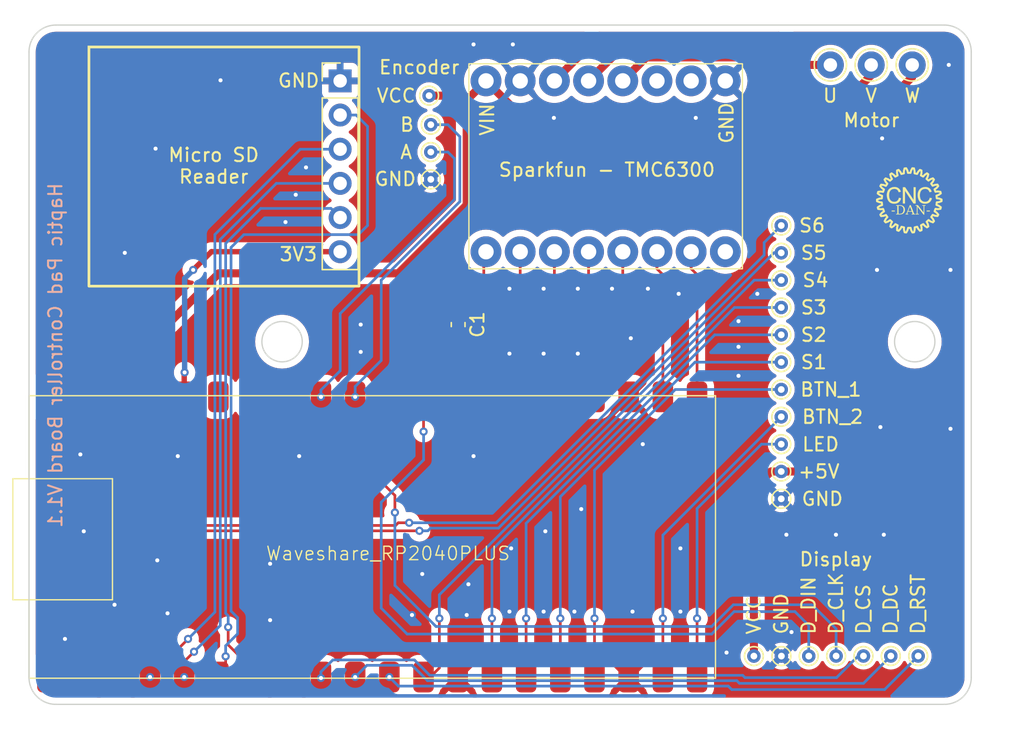
<source format=kicad_pcb>
(kicad_pcb (version 20240108) (generator "pcbnew") (generator_version "8.0")
  (layers (0 "F.Cu" signal) (31 "B.Cu" signal) (34 "B.Paste" user) (35 "F.Paste" user) (36 "B.SilkS" user "B.Silkscreen") (37 "F.SilkS" user "F.Silkscreen") (38 "B.Mask" user) (39 "F.Mask" user) (44 "Edge.Cuts" user))
  (net 0 "")
  (net 1 "/LED_IN")
  (net 2 "/BTN_2")
  (net 4 "/BTN_1")
  (net 7 "/S1")
  (net 9 "/S2")
  (net 10 "/S3")
  (net 11 "GND")
  (net 12 "+3V3")
  (net 13 "/SD_MOSI")
  (net 14 "/SD_CS")
  (net 15 "/SD_CLK")
  (net 16 "/SD_MISO")
  (net 17 "/WH")
  (net 18 "/UH")
  (net 19 "/VL")
  (net 20 "/VH")
  (net 21 "/UL")
  (net 22 "/WL")
  (net 23 "/S4")
  (net 24 "/S5")
  (net 25 "/S6")
  (net 26 "Net-(U1-VIO)")
  (net 27 "VBUS")
  (net 28 "/DISPLAY_CS")
  (net 29 "/DISPLAY_DC")
  (net 30 "/DISPLAY_RST")
  (net 34 "Net-(U1-U)")
  (net 35 "Net-(U1-V)")
  (net 36 "Net-(U1-W)")
  (net 37 "/A")
  (net 38 "/B")
  (net 39 "/DISPLAY_DIN")
  (net 40 "/DISPLAY_CLK")
  (footprint "Parts:Sparkfun_TMC6300" (layer "F.Cu") (at 146.976 95.67445 90)
    (property "Reference" "U1" (hide yes))
    (property "Value" "1")
    (pad "1" thru_hole circle (at 0 0 90) (size 2.286 2.286) (drill 1.143) (layers "*.Cu" "*.Mask"))
    (pad "2" thru_hole circle (at 0 -2.54 90) (size 2.286 2.286) (drill 1.143) (layers "*.Cu" "*.Mask") (net 17 "/WH"))
    (pad "3" thru_hole circle (at 0 -5.08 90) (size 2.286 2.286) (drill 1.143) (layers "*.Cu" "*.Mask") (net 22 "/WL"))
    (pad "4" thru_hole circle (at 0 -7.62 90) (size 2.286 2.286) (drill 1.143) (layers "*.Cu" "*.Mask") (net 20 "/VH"))
    (pad "5" thru_hole circle (at 0 -10.16 90) (size 2.286 2.286) (drill 1.143) (layers "*.Cu" "*.Mask") (net 19 "/VL"))
    (pad "6" thru_hole circle (at 0 -12.7 90) (size 2.286 2.286) (drill 1.143) (layers "*.Cu" "*.Mask") (net 18 "/UH"))
    (pad "7" thru_hole circle (at 0 -15.24 90) (size 2.286 2.286) (drill 1.143) (layers "*.Cu" "*.Mask") (net 21 "/UL"))
    (pad "8" thru_hole circle (at 0 -17.78 90) (size 2.286 2.286) (drill 1.143) (layers "*.Cu" "*.Mask") (net 26 "Net-(U1-VIO)"))
    (pad "9" thru_hole circle (at 12.7 0 90) (size 2.286 2.286) (drill 1.143) (layers "*.Cu" "*.Mask") (net 11 "GND"))
    (pad "10" thru_hole circle (at 12.7 -2.54 90) (size 2.286 2.286) (drill 1.143) (layers "*.Cu" "*.Mask"))
    (pad "11" thru_hole circle (at 12.7 -5.08 90) (size 2.286 2.286) (drill 1.143) (layers "*.Cu" "*.Mask"))
    (pad "12" thru_hole circle (at 12.7 -7.62 90) (size 2.286 2.286) (drill 1.143) (layers "*.Cu" "*.Mask") (net 36 "Net-(U1-W)"))
    (pad "13" thru_hole circle (at 12.7 -10.16 90) (size 2.286 2.286) (drill 1.143) (layers "*.Cu" "*.Mask") (net 35 "Net-(U1-V)"))
    (pad "14" thru_hole circle (at 12.7 -12.7 90) (size 2.286 2.286) (drill 1.143) (layers "*.Cu" "*.Mask") (net 34 "Net-(U1-U)"))
    (pad "15" thru_hole circle (at 12.7 -15.24 90) (size 2.286 2.286) (drill 1.143) (layers "*.Cu" "*.Mask") (net 11 "GND"))
    (pad "16" thru_hole circle (at 12.7 -17.78 90) (size 2.286 2.286) (drill 1.143) (layers "*.Cu" "*.Mask") (net 27 "VBUS"))
  )
  (footprint "TestPoint:TestPoint_THTPad_D1.0mm_Drill0.5mm" (layer "F.Cu") (at 157.238 125.73 -90)
    (property "Reference" "TP8" (hide yes))
    (property "Value" "D_CS" (at -1.518 0.012 90) (layer "F.SilkS") (effects (justify left)))
    (pad "1" thru_hole circle (at 0 0 270) (size 1 1) (drill 0.5) (layers "*.Cu" "*.Mask") (net 28 "/DISPLAY_CS"))
  )
  (footprint "TestPoint:TestPoint_THTPad_D1.0mm_Drill0.5mm" (layer "F.Cu") (at 151.13 101.854)
    (property "Reference" "TP14" (hide yes))
    (property "Value" "S2" (at 2.415 0 0) (layer "F.SilkS"))
    (pad "1" thru_hole circle (at 0 0) (size 1 1) (drill 0.5) (layers "*.Cu" "*.Mask") (net 9 "/S2"))
  )
  (footprint "TestPoint:TestPoint_THTPad_D2.0mm_Drill1.0mm" (layer "F.Cu") (at 160.861 81.788 90)
    (property "Reference" "TP21" (hide yes))
    (property "Value" "W" (at -2.286 0.014 0) (layer "F.SilkS"))
    (pad "1" thru_hole circle (at 0 0 90) (size 2 2) (drill 1) (layers "*.Cu" "*.Mask") (net 36 "Net-(U1-W)"))
  )
  (footprint "TestPoint:TestPoint_THTPad_D1.0mm_Drill0.5mm" (layer "F.Cu") (at 161.302 125.73 -90)
    (property "Reference" "TP10" (hide yes))
    (property "Value" "D_RST" (at -1.518 0.012 90) (layer "F.SilkS") (effects (justify left)))
    (pad "1" thru_hole circle (at 0 0 270) (size 1 1) (drill 0.5) (layers "*.Cu" "*.Mask") (net 30 "/DISPLAY_RST"))
  )
  (footprint "Capacitor_SMD:C_0603_1608Metric_Pad1.08x0.95mm_HandSolder" (layer "F.Cu") (at 127.127 101.092 -90)
    (property "Reference" "C1" (at 0 -1.43 90) (layer "F.SilkS"))
    (property "Value" "10000pF 50V")
    (pad "1" smd roundrect (at -0.8625 0 270) (size 1.075 0.95) (layers "F.Cu" "F.Paste" "F.Mask") (net 26 "Net-(U1-VIO)"))
    (pad "2" smd roundrect (at 0.8625 0 270) (size 1.075 0.95) (layers "F.Cu" "F.Paste" "F.Mask") (net 11 "GND"))
  )
  (footprint "TestPoint:TestPoint_THTPad_D1.0mm_Drill0.5mm" (layer "F.Cu") (at 151.13 109.982)
    (property "Reference" "TP3" (hide yes))
    (property "Value" "LED" (at 2.923453 0.014487 0) (layer "F.SilkS"))
    (pad "1" thru_hole circle (at 0 0) (size 1 1) (drill 0.5) (layers "*.Cu" "*.Mask") (net 1 "/LED_IN"))
  )
  (footprint "TestPoint:TestPoint_THTPad_D1.0mm_Drill0.5mm" (layer "F.Cu") (at 125.095 88.265)
    (property "Reference" "TP22" (hide yes))
    (property "Value" "A" (at -1.827775 0.007708 180) (layer "F.SilkS"))
    (pad "1" thru_hole circle (at 0 0) (size 1 1) (drill 0.5) (layers "*.Cu" "*.Mask") (net 37 "/A"))
  )
  (footprint "TestPoint:TestPoint_THTPad_D1.0mm_Drill0.5mm" (layer "F.Cu") (at 155.206 125.73 -90)
    (property "Reference" "TP7" (hide yes))
    (property "Value" "D_CLK" (at -1.518 0.012 90) (layer "F.SilkS") (effects (justify left)))
    (pad "1" thru_hole circle (at 0 0 270) (size 1 1) (drill 0.5) (layers "*.Cu" "*.Mask") (net 40 "/DISPLAY_CLK"))
  )
  (footprint "TestPoint:TestPoint_THTPad_D1.0mm_Drill0.5mm" (layer "F.Cu") (at 151.13 93.726)
    (property "Reference" "TP18" (hide yes))
    (property "Value" "S6" (at 2.286 0 0) (layer "F.SilkS"))
    (pad "1" thru_hole circle (at 0 0) (size 1 1) (drill 0.5) (layers "*.Cu" "*.Mask") (net 25 "/S6"))
  )
  (footprint "TestPoint:TestPoint_THTPad_D1.0mm_Drill0.5mm" (layer "F.Cu") (at 151.142 125.736 -90)
    (property "Reference" "TP5" (hide yes))
    (property "Value" "GND" (at -1.524 0.012 90) (layer "F.SilkS") (effects (justify left)))
    (pad "1" thru_hole circle (at 0 0 270) (size 1 1) (drill 0.5) (layers "*.Cu" "*.Mask") (net 11 "GND"))
  )
  (footprint "TestPoint:TestPoint_THTPad_D1.0mm_Drill0.5mm" (layer "F.Cu") (at 149.098 125.736 -90)
    (property "Reference" "TP4" (hide yes))
    (property "Value" "VCC" (at -1.524 0 90) (layer "F.SilkS") (effects (justify left)))
    (pad "1" thru_hole circle (at 0 0 270) (size 1 1) (drill 0.5) (layers "*.Cu" "*.Mask") (net 27 "VBUS"))
  )
  (footprint "TestPoint:TestPoint_THTPad_D1.0mm_Drill0.5mm" (layer "F.Cu") (at 151.13 105.918)
    (property "Reference" "TP12" (hide yes))
    (property "Value" "BTN_1" (at 3.685 0.004 0) (layer "F.SilkS"))
    (pad "1" thru_hole circle (at 0 0) (size 1 1) (drill 0.5) (layers "*.Cu" "*.Mask") (net 4 "/BTN_1"))
  )
  (footprint "TestPoint:TestPoint_THTPad_D1.0mm_Drill0.5mm" (layer "F.Cu") (at 151.13 114.046)
    (property "Reference" "TP1" (hide yes))
    (property "Value" "GND" (at 3.052 0.004 0) (layer "F.SilkS"))
    (pad "1" thru_hole circle (at 0 0) (size 1 1) (drill 0.5) (layers "*.Cu" "*.Mask") (net 11 "GND"))
  )
  (footprint "TestPoint:TestPoint_THTPad_D1.0mm_Drill0.5mm" (layer "F.Cu") (at 124.968 84.074)
    (property "Reference" "TP24" (hide yes))
    (property "Value" "VCC" (at -2.448056 0.00244 180) (layer "F.SilkS"))
    (pad "1" thru_hole circle (at 0 0) (size 1 1) (drill 0.5) (layers "*.Cu" "*.Mask") (net 27 "VBUS"))
  )
  (footprint "TestPoint:TestPoint_THTPad_D1.0mm_Drill0.5mm" (layer "F.Cu") (at 151.13 99.822)
    (property "Reference" "TP15" (hide yes))
    (property "Value" "S3" (at 2.415 -0.002 0) (layer "F.SilkS"))
    (pad "1" thru_hole circle (at 0 0) (size 1 1) (drill 0.5) (layers "*.Cu" "*.Mask") (net 10 "/S3"))
  )
  (footprint "TestPoint:TestPoint_THTPad_D1.0mm_Drill0.5mm" (layer "F.Cu") (at 125.095 90.297)
    (property "Reference" "TP25" (hide yes))
    (property "Value" "GND" (at -2.632539 -0.026754 0) (layer "F.SilkS"))
    (pad "1" thru_hole circle (at 0 0) (size 1 1) (drill 0.5) (layers "*.Cu" "*.Mask") (net 11 "GND"))
  )
  (footprint "TestPoint:TestPoint_THTPad_D1.0mm_Drill0.5mm" (layer "F.Cu") (at 151.13 95.758)
    (property "Reference" "TP17" (hide yes))
    (property "Value" "S5" (at 2.413 0.002 0) (layer "F.SilkS"))
    (pad "1" thru_hole circle (at 0 0) (size 1 1) (drill 0.5) (layers "*.Cu" "*.Mask") (net 24 "/S5"))
  )
  (footprint "TestPoint:TestPoint_THTPad_D1.0mm_Drill0.5mm" (layer "F.Cu") (at 151.13 97.79)
    (property "Reference" "TP16" (hide yes))
    (property "Value" "S4" (at 2.54 0.004 0) (layer "F.SilkS"))
    (pad "1" thru_hole circle (at 0 0) (size 1 1) (drill 0.5) (layers "*.Cu" "*.Mask") (net 23 "/S4"))
  )
  (footprint "Parts:RP2040PLUS_SMD" (layer "F.Cu") (at 96.616 125.76955 90)
    (property "Reference" "Waveshare_RP2040PLUS" (at 7.65955 25.304 0) (layer "F.SilkS") (effects (font (thickness 0.1))))
    (property "Value" "1")
    (pad "1" smd roundrect (at -1.524 0 90) (size 2.286 1.524) (layers "F.Cu" "F.Paste" "F.Mask") (net 25 "/S6"))
    (pad "2" smd roundrect (at -1.524 2.54 90) (size 2.286 1.524) (layers "F.Cu" "F.Paste" "F.Mask") (net 24 "/S5"))
    (pad "3" smd roundrect (at -1.524 5.08 90) (size 2.286 1.524) (layers "F.Cu" "F.Paste" "F.Mask") (net 11 "GND"))
    (pad "4" smd roundrect (at -1.524 7.62 90) (size 2.286 1.524) (layers "F.Cu" "F.Paste" "F.Mask") (net 15 "/SD_CLK"))
    (pad "5" smd roundrect (at -1.524 10.16 90) (size 2.286 1.524) (layers "F.Cu" "F.Paste" "F.Mask") (net 13 "/SD_MOSI"))
    (pad "6" smd roundrect (at -1.524 12.7 90) (size 2.286 1.524) (layers "F.Cu" "F.Paste" "F.Mask") (net 16 "/SD_MISO"))
    (pad "7" smd roundrect (at -1.524 15.24 90) (size 2.286 1.524) (layers "F.Cu" "F.Paste" "F.Mask") (net 14 "/SD_CS"))
    (pad "8" smd roundrect (at -1.524 17.78 90) (size 2.286 1.524) (layers "F.Cu" "F.Paste" "F.Mask") (net 11 "GND"))
    (pad "9" smd roundrect (at -1.524 20.32 90) (size 2.286 1.524) (layers "F.Cu" "F.Paste" "F.Mask") (net 28 "/DISPLAY_CS"))
    (pad "10" smd roundrect (at -1.524 22.86 90) (size 2.286 1.524) (layers "F.Cu" "F.Paste" "F.Mask") (net 29 "/DISPLAY_DC"))
    (pad "11" smd roundrect (at -1.524 25.4 90) (size 2.286 1.524) (layers "F.Cu" "F.Paste" "F.Mask") (net 30 "/DISPLAY_RST"))
    (pad "12" smd roundrect (at -1.524 27.94 90) (size 2.286 1.524) (layers "F.Cu" "F.Paste" "F.Mask") (net 23 "/S4"))
    (pad "13" smd roundrect (at -1.524 30.48 90) (size 2.286 1.524) (layers "F.Cu" "F.Paste" "F.Mask") (net 11 "GND"))
    (pad "14" smd roundrect (at -1.524 33.02 90) (size 2.286 1.524) (layers "F.Cu" "F.Paste" "F.Mask") (net 10 "/S3"))
    (pad "15" smd roundrect (at -1.524 35.56 90) (size 2.286 1.524) (layers "F.Cu" "F.Paste" "F.Mask") (net 9 "/S2"))
    (pad "16" smd roundrect (at -1.524 38.1 90) (size 2.286 1.524) (layers "F.Cu" "F.Paste" "F.Mask") (net 7 "/S1"))
    (pad "17" smd roundrect (at -1.524 40.64 90) (size 2.286 1.524) (layers "F.Cu" "F.Paste" "F.Mask") (net 4 "/BTN_1"))
    (pad "18" smd roundrect (at -1.524 43.18 90) (size 2.286 1.524) (layers "F.Cu" "F.Paste" "F.Mask") (net 11 "GND"))
    (pad "19" smd roundrect (at -1.524 45.72 90) (size 2.286 1.524) (layers "F.Cu" "F.Paste" "F.Mask") (net 2 "/BTN_2"))
    (pad "20" smd roundrect (at -1.524 48.26 90) (size 2.286 1.524) (layers "F.Cu" "F.Paste" "F.Mask") (net 1 "/LED_IN"))
    (pad "21" smd roundrect (at 19.304 48.26 90) (size 2.286 1.524) (layers "F.Cu" "F.Paste" "F.Mask") (net 17 "/WH"))
    (pad "22" smd roundrect (at 19.304 45.72 90) (size 2.286 1.524) (layers "F.Cu" "F.Paste" "F.Mask") (net 22 "/WL"))
    (pad "23" smd roundrect (at 19.304 43.18 90) (size 2.286 1.524) (layers "F.Cu" "F.Paste" "F.Mask") (net 11 "GND"))
    (pad "24" smd roundrect (at 19.304 40.64 90) (size 2.286 1.524) (layers "F.Cu" "F.Paste" "F.Mask") (net 20 "/VH"))
    (pad "25" smd roundrect (at 19.304 38.1 90) (size 2.286 1.524) (layers "F.Cu" "F.Paste" "F.Mask") (net 19 "/VL"))
    (pad "26" smd roundrect (at 19.304 35.56 90) (size 2.286 1.524) (layers "F.Cu" "F.Paste" "F.Mask") (net 18 "/UH"))
    (pad "27" smd roundrect (at 19.304 33.02 90) (size 2.286 1.524) (layers "F.Cu" "F.Paste" "F.Mask") (net 21 "/UL"))
    (pad "28" smd roundrect (at 19.304 30.48 90) (size 2.286 1.524) (layers "F.Cu" "F.Paste" "F.Mask") (net 11 "GND"))
    (pad "29" smd roundrect (at 19.304 27.94 90) (size 2.286 1.524) (layers "F.Cu" "F.Paste" "F.Mask") (net 39 "/DISPLAY_DIN"))
    (pad "30" smd roundrect (at 19.304 25.4 90) (size 2.286 1.524) (layers "F.Cu" "F.Paste" "F.Mask"))
    (pad "31" smd roundrect (at 19.304 22.86 90) (size 2.286 1.524) (layers "F.Cu" "F.Paste" "F.Mask") (net 38 "/B"))
    (pad "32" smd roundrect (at 19.304 20.32 90) (size 2.286 1.524) (layers "F.Cu" "F.Paste" "F.Mask") (net 37 "/A"))
    (pad "33" smd roundrect (at 19.304 17.78 90) (size 2.286 1.524) (layers "F.Cu" "F.Paste" "F.Mask") (net 11 "GND"))
    (pad "34" smd roundrect (at 19.304 15.24 90) (size 2.286 1.524) (layers "F.Cu" "F.Paste" "F.Mask") (net 40 "/DISPLAY_CLK"))
    (pad "35" smd roundrect (at 19.304 12.7 90) (size 2.286 1.524) (layers "F.Cu" "F.Paste" "F.Mask"))
    (pad "36" smd roundrect (at 19.304 10.16 90) (size 2.286 1.524) (layers "F.Cu" "F.Paste" "F.Mask") (net 12 "+3V3"))
    (pad "37" smd roundrect (at 19.304 7.62 90) (size 2.286 1.524) (layers "F.Cu" "F.Paste" "F.Mask"))
    (pad "38" smd roundrect (at 19.304 5.08 90) (size 2.286 1.524) (layers "F.Cu" "F.Paste" "F.Mask") (net 11 "GND"))
    (pad "39" smd roundrect (at 19.304 2.54 90) (size 2.286 1.524) (layers "F.Cu" "F.Paste" "F.Mask"))
    (pad "40" smd roundrect (at 19.304 0 90) (size 2.286 1.524) (layers "F.Cu" "F.Paste" "F.Mask") (net 27 "VBUS"))
  )
  (footprint "TestPoint:TestPoint_THTPad_D1.0mm_Drill0.5mm" (layer "F.Cu") (at 151.13 107.95)
    (property "Reference" "TP11" (hide yes))
    (property "Value" "BTN_2" (at 3.814 -0.002 0) (layer "F.SilkS"))
    (pad "1" thru_hole circle (at 0 0) (size 1 1) (drill 0.5) (layers "*.Cu" "*.Mask") (net 2 "/BTN_2"))
  )
  (footprint "TestPoint:TestPoint_THTPad_D2.0mm_Drill1.0mm" (layer "F.Cu") (at 154.779 81.788 90)
    (property "Reference" "TP19" (hide yes))
    (property "Value" "U" (at -2.286 -0.014 0) (layer "F.SilkS"))
    (pad "1" thru_hole circle (at 0 0 90) (size 2 2) (drill 1) (layers "*.Cu" "*.Mask") (net 34 "Net-(U1-U)"))
  )
  (footprint "Connector_PinHeader_2.54mm:PinHeader_1x06_P2.54mm_Vertical" (layer "F.Cu") (at 118.3608 82.97445)
    (property "Reference" "J1" (hide yes))
    (property "Value" "Conn_01x06_Pin")
    (pad "1" thru_hole rect (at 0 0) (size 1.7 1.7) (drill 1) (layers "*.Cu" "*.Mask") (net 11 "GND"))
    (pad "2" thru_hole oval (at 0 2.54) (size 1.7 1.7) (drill 1) (layers "*.Cu" "*.Mask") (net 16 "/SD_MISO"))
    (pad "3" thru_hole oval (at 0 5.08) (size 1.7 1.7) (drill 1) (layers "*.Cu" "*.Mask") (net 15 "/SD_CLK"))
    (pad "4" thru_hole oval (at 0 7.62) (size 1.7 1.7) (drill 1) (layers "*.Cu" "*.Mask") (net 13 "/SD_MOSI"))
    (pad "5" thru_hole oval (at 0 10.16) (size 1.7 1.7) (drill 1) (layers "*.Cu" "*.Mask") (net 14 "/SD_CS"))
    (pad "6" thru_hole oval (at 0 12.7) (size 1.7 1.7) (drill 1) (layers "*.Cu" "*.Mask") (net 12 "+3V3"))
  )
  (footprint "TestPoint:TestPoint_THTPad_D1.0mm_Drill0.5mm" (layer "F.Cu") (at 151.13 103.886)
    (property "Reference" "TP13" (hide yes))
    (property "Value" "S1" (at 2.415 0.002 0) (layer "F.SilkS"))
    (pad "1" thru_hole circle (at 0 0) (size 1 1) (drill 0.5) (layers "*.Cu" "*.Mask") (net 7 "/S1"))
  )
  (footprint "TestPoint:TestPoint_THTPad_D1.0mm_Drill0.5mm" (layer "F.Cu") (at 151.13 112.014)
    (property "Reference" "TP2" (hide yes))
    (property "Value" "+5V" (at 2.798 0.002 0) (layer "F.SilkS"))
    (pad "1" thru_hole circle (at 0 0) (size 1 1) (drill 0.5) (layers "*.Cu" "*.Mask") (net 27 "VBUS"))
  )
  (footprint "TestPoint:TestPoint_THTPad_D1.0mm_Drill0.5mm" (layer "F.Cu") (at 153.174 125.736 -90)
    (property "Reference" "TP6" (hide yes))
    (property "Value" "D_DIN" (at -1.524 0.012 90) (layer "F.SilkS") (effects (justify left)))
    (pad "1" thru_hole circle (at 0 0 270) (size 1 1) (drill 0.5) (layers "*.Cu" "*.Mask") (net 39 "/DISPLAY_DIN"))
  )
  (footprint "TestPoint:TestPoint_THTPad_D2.0mm_Drill1.0mm" (layer "F.Cu") (at 157.813 81.788 90)
    (property "Reference" "TP20" (hide yes))
    (property "Value" "V" (at -2.286 0 0) (layer "F.SilkS"))
    (pad "1" thru_hole circle (at 0 0 90) (size 2 2) (drill 1) (layers "*.Cu" "*.Mask") (net 35 "Net-(U1-V)"))
  )
  (footprint "TestPoint:TestPoint_THTPad_D1.0mm_Drill0.5mm" (layer "F.Cu") (at 159.27 125.73 -90)
    (property "Reference" "TP9" (hide yes))
    (property "Value" "D_DC" (at -1.518 0.012 90) (layer "F.SilkS") (effects (justify left)))
    (pad "1" thru_hole circle (at 0 0 270) (size 1 1) (drill 0.5) (layers "*.Cu" "*.Mask") (net 29 "/DISPLAY_DC"))
  )
  (footprint "TestPoint:TestPoint_THTPad_D1.0mm_Drill0.5mm" (layer "F.Cu") (at 125.095 86.233)
    (property "Reference" "TP23" (hide yes))
    (property "Value" "B" (at -1.770292 -0.000943 180) (layer "F.SilkS"))
    (pad "1" thru_hole circle (at 0 0) (size 1 1) (drill 0.5) (layers "*.Cu" "*.Mask") (net 38 "/B"))
  )
  (gr_poly (pts (xy 159.136798 91.474054) (xy 159.146208 91.357049) (xy 159.174439 91.243522) (xy 159.225884 91.1431) (xy 159.304939 91.065407) (xy 159.409154 91.015661) (xy 159.536079 90.999079) (xy 159.646118 91.014025) (xy 159.735711 91.058863) (xy 159.805667 91.136458) (xy 159.856798 91.249672) (xy 160.012798 91.21281) (xy 159.972369 91.110368) (xy 159.915406 91.024468) (xy 159.841911 90.95511) (xy 159.75379 90.904204) (xy 159.652952 90.87366) (xy 159.539398 90.863479) (xy 159.387418 90.881587) (xy 159.248726 90.93591) (xy 159.167418 90.991656) (xy 159.099555 91.062318) (xy 159.045139 91.147897) (xy 159.005394 91.246254) (xy 158.981547 91.355247) (xy 158.973598 91.474879) (xy 158.989439 91.641233) (xy 159.036964 91.796535) (xy 159.085656 91.888519) (xy 159.147247 91.964772) (xy 159.221736 92.025294) (xy 159.310715 92.069175) (xy 159.415777 92.095503) (xy 159.536923 92.104279) (xy 159.655332 92.092869) (xy 159.760936 92.058641) (xy 159.853732 92.001594) (xy 159.931269 91.922818) (xy 159.991091 91.823403) (xy 160.033198 91.703347) (xy 159.874798 91.663222) (xy 159.846348 91.755942) (xy 159.804623 91.832102) (xy 159.749623 91.891701) (xy 159.68344 91.934466) (xy 159.608165 91.960126) (xy 159.523798 91.968679) (xy 159.41805 91.954553) (xy 159.32007 91.912176) (xy 159.23835 91.841237) (xy 159.181386 91.741429) (xy 159.147945 91.617463)) (stroke (width 0.01)) (fill solid) (layer "F.SilkS"))
  (gr_poly (pts (xy 162.051678 92.058641) (xy 162.144475 92.001594) (xy 162.222012 91.922818) (xy 162.281834 91.823403) (xy 162.323941 91.703347) (xy 162.165541 91.663222) (xy 162.137091 91.755942) (xy 162.095366 91.832102) (xy 162.040366 91.891701) (xy 161.974183 91.934466) (xy 161.898908 91.960126) (xy 161.814541 91.968679) (xy 161.708793 91.954553) (xy 161.610813 91.912176) (xy 161.529093 91.841237) (xy 161.472128 91.741429) (xy 161.438688 91.617463) (xy 161.427541 91.474054) (xy 161.436951 91.357049) (xy 161.465181 91.243522) (xy 161.516627 91.1431) (xy 161.595681 91.065407) (xy 161.699896 91.015661) (xy 161.826822 90.999079) (xy 161.936861 91.014025) (xy 162.026453 91.058863) (xy 162.09641 91.136458) (xy 162.147541 91.249672) (xy 162.303541 91.21281) (xy 162.263112 91.110368) (xy 162.206149 91.024468) (xy 162.132653 90.95511) (xy 162.044533 90.904204) (xy 161.943695 90.87366) (xy 161.830141 90.863479) (xy 161.67816 90.881587) (xy 161.539469 90.93591) (xy 161.458161 90.991656) (xy 161.390298 91.062318) (xy 161.335881 91.147897) (xy 161.296137 91.246254) (xy 161.27229 91.355247) (xy 161.264341 91.474879) (xy 161.280182 91.641233) (xy 161.327706 91.796535) (xy 161.376399 91.888519) (xy 161.43799 91.964772) (xy 161.512478 92.025294) (xy 161.601458 92.069175) (xy 161.70652 92.095503) (xy 161.827666 92.104279) (xy 161.946075 92.092869)) (stroke (width 0.01)) (fill solid) (layer "F.SilkS"))
  (gr_poly (pts (xy 160.169001 90.883879) (xy 160.169001 92.083879) (xy 160.321401 92.083879) (xy 160.321401 91.141916) (xy 160.950388 92.083879) (xy 161.113401 92.083879) (xy 161.113401 90.883879) (xy 160.961001 90.883879) (xy 160.961001 91.825822) (xy 160.332013 90.883879)) (stroke (width 0.01)) (fill solid) (layer "F.SilkS"))
  (gr_rect (start 99.698137 80.454589) (end 119.764137 98.234589) (stroke (width 0.2)) (fill none) (layer "F.SilkS"))
  (gr_poly (pts (xy 162.956699 92.486891) (xy 162.985598 92.369051) (xy 162.819775 92.253087) (xy 162.66191 92.193436) (xy 162.684511 92.003488) (xy 162.851336 91.986806) (xy 163.040233 91.914652) (xy 163.040092 91.79332) (xy 162.851336 91.72041) (xy 162.683782 91.700272) (xy 162.660269 91.510435) (xy 162.818254 91.454314) (xy 162.984395 91.33905) (xy 162.955221 91.221278) (xy 162.754501 91.195659) (xy 162.586997 91.216204) (xy 162.518736 91.037511) (xy 162.6587 90.945212) (xy 162.792429 90.793537) (xy 162.735918 90.686169) (xy 162.534899 90.70933) (xy 162.377179 90.769364) (xy 162.268138 90.612199) (xy 162.381946 90.489087) (xy 162.475491 90.309817) (xy 162.394927 90.219093) (xy 162.205293 90.289687) (xy 162.066523 90.385721) (xy 161.923038 90.259219) (xy 162.004076 90.112448) (xy 162.052 89.916) (xy 161.952066 89.847193) (xy 161.784837 89.961118) (xy 161.673082 90.087572) (xy 161.503492 89.999084) (xy 161.547051 89.837184) (xy 161.54657 89.634975) (xy 161.433072 89.592083) (xy 161.297967 89.742719) (xy 161.219721 89.892243) (xy 161.033883 89.846911) (xy 161.037431 89.679292) (xy 160.988572 89.483074) (xy 160.868108 89.46859) (xy 160.772978 89.647181) (xy 160.732789 89.811085) (xy 160.541503 89.811545) (xy 160.504834 89.647947) (xy 160.410437 89.469124) (xy 160.290007 89.48389) (xy 160.24038 89.680058) (xy 160.240585 89.848817) (xy 160.054967 89.895041) (xy 159.980211 89.744973) (xy 159.845762 89.593937) (xy 159.732365 89.637094) (xy 159.731127 89.839438) (xy 159.771712 90.003244) (xy 159.60255 90.092547) (xy 159.494053 89.964729) (xy 159.327366 89.850258) (xy 159.227592 89.919298) (xy 159.274814 90.116059) (xy 159.353421 90.265393) (xy 159.210546 90.392583) (xy 159.074613 90.294445) (xy 158.885375 90.223191) (xy 158.805023 90.314103) (xy 158.89796 90.493845) (xy 159.010022 90.620027) (xy 158.901737 90.777714) (xy 158.746268 90.714958) (xy 158.545476 90.691063) (xy 158.489216 90.798562) (xy 158.622468 90.95084) (xy 158.76147 91.046538) (xy 158.694069 91.225557) (xy 158.528099 91.201831) (xy 158.327423 91.226682) (xy 158.298524 91.344522) (xy 158.464346 91.460485) (xy 158.622211 91.520137) (xy 158.599611 91.710084) (xy 158.432786 91.726767) (xy 158.243888 91.798921) (xy 158.24403 91.920252) (xy 158.432786 91.993162) (xy 158.600339 92.013301) (xy 158.623852 92.203138) (xy 158.465867 92.259259) (xy 158.299726 92.374523) (xy 158.328901 92.492295) (xy 158.52962 92.517914) (xy 158.697124 92.497369) (xy 158.765385 92.676062) (xy 158.625422 92.768361) (xy 158.491693 92.920035) (xy 158.548204 93.027403) (xy 158.749222 93.004243) (xy 158.906942 92.944209) (xy 159.015983 93.101373) (xy 158.902176 93.224486) (xy 158.808631 93.403756) (xy 158.889195 93.49448) (xy 159.078829 93.423886) (xy 159.217599 93.327851) (xy 159.361083 93.454354) (xy 159.280045 93.601125) (xy 159.232121 93.797572) (xy 159.332055 93.86638) (xy 159.499285 93.752455) (xy 159.61104 93.626001) (xy 159.780629 93.714489) (xy 159.737071 93.876389) (xy 159.737552 94.078597) (xy 159.851049 94.12149) (xy 159.986155 93.970854) (xy 160.0644 93.82133) (xy 160.250238 93.866662) (xy 160.24669 94.034281) (xy 160.295549 94.230499) (xy 160.416013 94.244983) (xy 160.511144 94.066392) (xy 160.551332 93.902487) (xy 160.742618 93.902028) (xy 160.779288 94.065625) (xy 160.873685 94.244449) (xy 160.994115 94.229683) (xy 161.043741 94.033515) (xy 161.043537 93.864756) (xy 161.229155 93.818532) (xy 161.30391 93.9686) (xy 161.438359 94.119636) (xy 161.551756 94.076479) (xy 161.552994 93.874135) (xy 161.512409 93.710328) (xy 161.681571 93.621026) (xy 161.790068 93.748844) (xy 161.956756 93.863315) (xy 162.056529 93.794274) (xy 162.009307 93.597514) (xy 161.9307 93.44818) (xy 162.073575 93.320989) (xy 162.209508 93.419128) (xy 162.398747 93.490382) (xy 162.479098 93.39947) (xy 162.386161 93.219728) (xy 162.2741 93.093545) (xy 162.382385 92.935858) (xy 162.537854 92.998614) (xy 162.738646 93.02251) (xy 162.794906 92.91501) (xy 162.661654 92.762733) (xy 162.522651 92.667035) (xy 162.590053 92.488016) (xy 162.756023 92.511742)) (stroke (width 0.15)) (fill none) (layer "F.SilkS"))
  (gr_arc (start 163.246 78.82445) (mid 164.660214 79.410236) (end 165.246 80.82445) (stroke (width 0.1)) (layer "Edge.Cuts"))
  (gr_circle (center 161.046 102.362) (end 162.546 102.362) (stroke (width 0.1)) (fill none) (layer "Edge.Cuts"))
  (gr_line (start 95.246 127.32445) (end 95.246 80.82445) (stroke (width 0.1)) (layer "Edge.Cuts"))
  (gr_circle (center 114.046 102.362) (end 115.546 102.362) (stroke (width 0.1)) (fill none) (layer "Edge.Cuts"))
  (gr_line (start 163.246 129.32445) (end 97.246 129.32445) (stroke (width 0.1)) (layer "Edge.Cuts"))
  (gr_line (start 165.246 80.82445) (end 165.246 127.32445) (stroke (width 0.1)) (layer "Edge.Cuts"))
  (gr_arc (start 165.246 127.32445) (mid 164.660231 128.738696) (end 163.246 129.32445) (stroke (width 0.1)) (layer "Edge.Cuts"))
  (gr_arc (start 97.246 129.32445) (mid 95.831804 128.738661) (end 95.246 127.32445) (stroke (width 0.1)) (layer "Edge.Cuts"))
  (gr_line (start 97.246 78.82445) (end 163.246 78.82445) (stroke (width 0.1)) (layer "Edge.Cuts"))
  (gr_arc (start 95.246 80.82445) (mid 95.831786 79.410236) (end 97.246 78.82445) (stroke (width 0.1)) (layer "Edge.Cuts"))
  (gr_text "Haptic Pad Controller Board V1.1" (at 97.79 103.378 90) (layer "B.SilkS") (effects (font (size 1 1)) (justify bottom mirror)))
  (gr_text "Motor" (at 155.654 86.487 0) (layer "F.SilkS") (effects (font (size 1 1)) (justify left bottom)))
  (gr_text "Sparkfun - TMC6300" (at 138.176 90.17 0) (layer "F.SilkS") (effects (font (size 1 1)) (justify bottom)))
  (gr_text "VIN" (at 129.286 85.852 90) (layer "F.SilkS") (effects (font (size 1 1))))
  (gr_text "-DAN-" (at 159.289156 93.021504 0) (layer "F.SilkS") (effects (font (size 0.68 0.68)) (justify left bottom)))
  (gr_text "Micro SD\nReader" (at 108.966 90.678 0) (layer "F.SilkS") (effects (font (size 1 1)) (justify bottom)))
  (gr_text "GND" (at 147.066 86.106 90) (layer "F.SilkS") (effects (font (size 1 1))))
  (gr_text "Display" (at 152.4 119.126 0) (layer "F.SilkS") (effects (font (size 1 1)) (justify left bottom)))
  (gr_text "3V3" (at 115.256283 95.867594 0) (layer "F.SilkS") (effects (font (size 1 1))))
  (gr_text "GND" (at 115.277839 82.955449 0) (layer "F.SilkS") (effects (font (size 1 1))))
  (gr_text "Encoder" (at 121.158 82.55 0) (layer "F.SilkS") (effects (font (size 1 1)) (justify left bottom)))
  (segment (start 144.876 127.29355) (end 144.876 122.936) (width 0.2) (layer "F.Cu") (net 1))
  (via (at 144.876 122.936) (size 0.6) (drill 0.3) (layers "F.Cu" "B.Cu") (net 1))
  (segment (start 149.663686 109.982) (end 151.13 109.982) (width 0.2) (layer "B.Cu") (net 1))
  (segment (start 144.876 122.936) (end 144.876 114.769686) (width 0.2) (layer "B.Cu") (net 1))
  (segment (start 144.876 114.769686) (end 149.663686 109.982) (width 0.2) (layer "B.Cu") (net 1))
  (segment (start 142.336 127.29355) (end 142.336 122.936) (width 0.2) (layer "F.Cu") (net 2))
  (via (at 142.336 122.936) (size 0.6) (drill 0.3) (layers "F.Cu" "B.Cu") (net 2))
  (segment (start 142.336 122.936) (end 142.336 116.744) (width 0.2) (layer "B.Cu") (net 2))
  (segment (start 142.336 116.744) (end 151.13 107.95) (width 0.2) (layer "B.Cu") (net 2))
  (segment (start 137.256 127.29355) (end 137.256 122.936) (width 0.2) (layer "F.Cu") (net 4))
  (via (at 137.256 122.936) (size 0.6) (drill 0.3) (layers "F.Cu" "B.Cu") (net 4))
  (segment (start 143.256 105.918) (end 151.13 105.918) (width 0.2) (layer "B.Cu") (net 4))
  (segment (start 137.256 111.918) (end 143.256 105.918) (width 0.2) (layer "B.Cu") (net 4))
  (segment (start 137.256 122.936) (end 137.256 111.918) (width 0.2) (layer "B.Cu") (net 4))
  (segment (start 134.716 127.29355) (end 134.716 122.936) (width 0.2) (layer "F.Cu") (net 7))
  (via (at 134.716 122.936) (size 0.6) (drill 0.3) (layers "F.Cu" "B.Cu") (net 7))
  (segment (start 134.716 113.892314) (end 144.722314 103.886) (width 0.2) (layer "B.Cu") (net 7))
  (segment (start 144.722314 103.886) (end 151.13 103.886) (width 0.2) (layer "B.Cu") (net 7))
  (segment (start 134.716 122.936) (end 134.716 113.892314) (width 0.2) (layer "B.Cu") (net 7))
  (segment (start 132.176 127.29355) (end 132.176 122.936) (width 0.2) (layer "F.Cu") (net 9))
  (via (at 132.176 122.936) (size 0.6) (drill 0.3) (layers "F.Cu" "B.Cu") (net 9))
  (segment (start 132.176 122.936) (end 132.176 115.866628) (width 0.2) (layer "B.Cu") (net 9))
  (segment (start 146.188628 101.854) (end 151.13 101.854) (width 0.2) (layer "B.Cu") (net 9))
  (segment (start 132.176 115.866628) (end 146.188628 101.854) (width 0.2) (layer "B.Cu") (net 9))
  (segment (start 129.636 127.29355) (end 129.636 122.936) (width 0.2) (layer "F.Cu") (net 10))
  (via (at 129.636 122.936) (size 0.6) (drill 0.3) (layers "F.Cu" "B.Cu") (net 10))
  (segment (start 147.654942 99.822) (end 151.13 99.822) (width 0.2) (layer "B.Cu") (net 10))
  (segment (start 129.636 117.840942) (end 147.654942 99.822) (width 0.2) (layer "B.Cu") (net 10))
  (segment (start 129.636 122.936) (end 129.636 117.840942) (width 0.2) (layer "B.Cu") (net 10))
  (via (at 158.496 108.712) (size 0.6) (drill 0.3) (layers "F.Cu" "B.Cu") (net 11))
  (via (at 141.224 98.425) (size 0.6) (drill 0.3) (layers "F.Cu" "B.Cu") (net 11))
  (via (at 143.637 122.428) (size 0.6) (drill 0.3) (layers "F.Cu" "B.Cu") (net 11))
  (via (at 140.843 109.982) (size 0.6) (drill 0.3) (layers "F.Cu" "B.Cu") (net 11))
  (via (at 127.762 122.682) (size 0.6) (drill 0.3) (layers "F.Cu" "B.Cu") (net 11))
  (via (at 140.081 122.428) (size 0.6) (drill 0.3) (layers "F.Cu" "B.Cu") (net 11))
  (via (at 119.888 101.092) (size 0.6) (drill 0.3) (layers "F.Cu" "B.Cu") (net 11))
  (via (at 128.27 110.871) (size 0.6) (drill 0.3) (layers "F.Cu" "B.Cu") (net 11))
  (via (at 130.937 103.251) (size 0.6) (drill 0.3) (layers "F.Cu" "B.Cu") (net 11))
  (via (at 138.557 98.425) (size 0.6) (drill 0.3) (layers "F.Cu" "B.Cu") (net 11))
  (via (at 104.648 88.011) (size 0.6) (drill 0.3) (layers "F.Cu" "B.Cu") (net 11))
  (via (at 136.017 98.425) (size 0.6) (drill 0.3) (layers "F.Cu" "B.Cu") (net 11))
  (via (at 130.937 122.428) (size 0.6) (drill 0.3) (layers "F.Cu" "B.Cu") (net 11))
  (via (at 99.06 110.744) (size 0.6) (drill 0.3) (layers "F.Cu" "B.Cu") (net 11))
  (via (at 147.955 102.743) (size 0.6) (drill 0.3) (layers "F.Cu" "B.Cu") (net 11))
  (via (at 147.066 125.476) (size 0.6) (drill 0.3) (layers "F.Cu" "B.Cu") (net 11))
  (via (at 131.064 117.729) (size 0.6) (drill 0.3) (layers "F.Cu" "B.Cu") (net 11))
  (via (at 158.75 116.713) (size 0.6) (drill 0.3) (layers "F.Cu" "B.Cu") (net 11))
  (via (at 133.477 122.428) (size 0.6) (drill 0.3) (layers "F.Cu" "B.Cu") (net 11))
  (via (at 144.78 85.725) (size 0.6) (drill 0.3) (layers "F.Cu" "B.Cu") (net 11))
  (via (at 155.194 116.713) (size 0.6) (drill 0.3) (layers "F.Cu" "B.Cu") (net 11))
  (via (at 123.698 122.682) (size 0.6) (drill 0.3) (layers "F.Cu" "B.Cu") (net 11))
  (via (at 147.955 104.902) (size 0.6) (drill 0.3) (layers "F.Cu" "B.Cu") (net 11))
  (via (at 101.6 121.92) (size 0.6) (drill 0.3) (layers "F.Cu" "B.Cu") (net 11))
  (via (at 127.889 120.396) (size 0.6) (drill 0.3) (layers "F.Cu" "B.Cu") (net 11))
  (via (at 114.3 93.472) (size 0.6) (drill 0.3) (layers "F.Cu" "B.Cu") (net 11))
  (via (at 105.537 122.555) (size 0.6) (drill 0.3) (layers "F.Cu" "B.Cu") (net 11))
  (via (at 158.242 97.028) (size 0.6) (drill 0.3) (layers "F.Cu" "B.Cu") (net 11))
  (via (at 163.576 81.788) (size 0.6) (drill 0.3) (layers "F.Cu" "B.Cu") (net 11))
  (via (at 133.477 98.425) (size 0.6) (drill 0.3) (layers "F.Cu" "B.Cu") (net 11))
  (via (at 139.954 102.108) (size 0.6) (drill 0.3) (layers "F.Cu" "B.Cu") (net 11))
  (via (at 134.239 85.725) (size 0.6) (drill 0.3) (layers "F.Cu" "B.Cu") (net 11))
  (via (at 136.017 103.251) (size 0.6) (drill 0.3) (layers "F.Cu" "B.Cu") (net 11))
  (via (at 143.637 117.729) (size 0.6) (drill 0.3) (layers "F.Cu" "B.Cu") (net 11))
  (via (at 143.51 98.806) (size 0.6) (drill 0.3) (layers "F.Cu" "B.Cu") (net 11))
  (via (at 147.955 100.838) (size 0.6) (drill 0.3) (layers "F.Cu" "B.Cu") (net 11))
  (via (at 97.917 124.46) (size 0.6) (drill 0.3) (layers "F.Cu" "B.Cu") (net 11))
  (via (at 130.937 98.425) (size 0.6) (drill 0.3) (layers "F.Cu" "B.Cu") (net 11))
  (via (at 99.314 116.459) (size 0.6) (drill 0.3) (layers "F.Cu" "B.Cu") (net 11))
  (via (at 136.271 114.808) (size 0.6) (drill 0.3) (layers "F.Cu" "B.Cu") (net 11))
  (via (at 106.299 110.871) (size 0.6) (drill 0.3) (layers "F.Cu" "B.Cu") (net 11))
  (via (at 113.157 123.063) (size 0.6) (drill 0.3) (layers "F.Cu" "B.Cu") (net 11))
  (via (at 124.46 119.634) (size 0.6) (drill 0.3) (layers "F.Cu" "B.Cu") (net 11))
  (via (at 113.157 118.872) (size 0.6) (drill 0.3) (layers "F.Cu" "B.Cu") (net 11))
  (via (at 149.352 98.806) (size 0.6) (drill 0.3) (layers "F.Cu" "B.Cu") (net 11))
  (via (at 119.888 103.124) (size 0.6) (drill 0.3) (layers "F.Cu" "B.Cu") (net 11))
  (via (at 115.316 110.871) (size 0.6) (drill 0.3) (layers "F.Cu" "B.Cu") (net 11))
  (via (at 135.763 122.428) (size 0.6) (drill 0.3) (layers "F.Cu" "B.Cu") (net 11))
  (via (at 151.892 123.952) (size 0.6) (drill 0.3) (layers "F.Cu" "B.Cu") (net 11))
  (via (at 128.27 80.264) (size 0.6) (drill 0.3) (layers "F.Cu" "B.Cu") (net 11))
  (via (at 109.474 82.931) (size 0.6) (drill 0.3) (layers "F.Cu" "B.Cu") (net 11))
  (via (at 158.623 87.249) (size 0.6) (drill 0.3) (layers "F.Cu" "B.Cu") (net 11))
  (via (at 133.477 103.251) (size 0.6) (drill 0.3) (layers "F.Cu" "B.Cu") (net 11))
  (via (at 115.824 89.408) (size 0.6) (drill 0.3) (layers "F.Cu" "B.Cu") (net 11))
  (via (at 151.511 116.713) (size 0.6) (drill 0.3) (layers "F.Cu" "B.Cu") (net 11))
  (via (at 104.775 118.618) (size 0.6) (drill 0.3) (layers "F.Cu" "B.Cu") (net 11))
  (via (at 115.062 91.44) (size 0.6) (drill 0.3) (layers "F.Cu" "B.Cu") (net 11))
  (via (at 133.604 116.459) (size 0.6) (drill 0.3) (layers "F.Cu" "B.Cu") (net 11))
  (via (at 131.191 80.264) (size 0.6) (drill 0.3) (layers "F.Cu" "B.Cu") (net 11))
  (via (at 102.362 95.758) (size 0.6) (drill 0.3) (layers "F.Cu" "B.Cu") (net 11))
  (via (at 163.703 97.028) (size 0.6) (drill 0.3) (layers "F.Cu" "B.Cu") (net 11))
  (via (at 163.703 108.839) (size 0.6) (drill 0.3) (layers "F.Cu" "B.Cu") (net 11))
  (segment (start 108.79555 95.67445) (end 118.3608 95.67445) (width 0.4) (layer "F.Cu") (net 12))
  (segment (start 106.776 104.679) (end 106.807 104.648) (width 0.4) (layer "F.Cu") (net 12))
  (segment (start 106.776 106.46555) (end 106.776 104.679) (width 0.4) (layer "F.Cu") (net 12))
  (segment (start 107.442 97.028) (end 108.79555 95.67445) (width 0.4) (layer "F.Cu") (net 12))
  (via (at 107.442 97.028) (size 0.6) (drill 0.3) (layers "F.Cu" "B.Cu") (net 12))
  (via (at 106.807 104.648) (size 0.6) (drill 0.3) (layers "F.Cu" "B.Cu") (net 12))
  (segment (start 106.807 97.663) (end 107.442 97.028) (width 0.4) (layer "B.Cu") (net 12))
  (segment (start 106.807 104.648) (end 106.807 97.663) (width 0.4) (layer "B.Cu") (net 12))
  (segment (start 106.776 126.142) (end 106.776 127.29355) (width 0.2) (layer "F.Cu") (net 13))
  (segment (start 107.5055 125.4125) (end 106.776 126.142) (width 0.2) (layer "F.Cu") (net 13))
  (via (at 106.776 127.29355) (size 0.6) (drill 0.3) (layers "F.Cu" "B.Cu") (net 13))
  (via (at 107.5055 125.4125) (size 0.6) (drill 0.3) (layers "F.Cu" "B.Cu") (net 13))
  (segment (start 109.455 94.761) (end 113.62155 90.59445) (width 0.2) (layer "B.Cu") (net 13))
  (segment (start 107.5055 125.4125) (end 109.455 123.463) (width 0.2) (layer "B.Cu") (net 13))
  (segment (start 113.62155 90.59445) (end 118.3608 90.59445) (width 0.2) (layer "B.Cu") (net 13))
  (segment (start 109.455 123.463) (end 109.455 94.761) (width 0.2) (layer "B.Cu") (net 13))
  (segment (start 110.042785 123.583457) (end 110.042785 124.901785) (width 0.2) (layer "F.Cu") (net 14))
  (segment (start 111.856 126.715) (end 111.856 127.29355) (width 0.2) (layer "F.Cu") (net 14))
  (segment (start 110.042785 124.901785) (end 111.856 126.715) (width 0.2) (layer "F.Cu") (net 14))
  (via (at 110.042785 123.583457) (size 0.6) (drill 0.3) (layers "F.Cu" "B.Cu") (net 14))
  (segment (start 110.042785 122.742785) (end 109.855 122.555) (width 0.2) (layer "B.Cu") (net 14))
  (segment (start 109.855 122.555) (end 109.855 95.0595) (width 0.2) (layer "B.Cu") (net 14))
  (segment (start 112.4585 92.456) (end 117.68235 92.456) (width 0.2) (layer "B.Cu") (net 14))
  (segment (start 117.68235 92.456) (end 118.3608 93.13445) (width 0.2) (layer "B.Cu") (net 14))
  (segment (start 109.855 95.0595) (end 112.4585 92.456) (width 0.2) (layer "B.Cu") (net 14))
  (segment (start 110.042785 123.583457) (end 110.042785 122.742785) (width 0.2) (layer "B.Cu") (net 14))
  (segment (start 107.061 124.46855) (end 107.061 124.46) (width 0.2) (layer "F.Cu") (net 15))
  (segment (start 104.236 127.29355) (end 107.061 124.46855) (width 0.2) (layer "F.Cu") (net 15))
  (via (at 104.236 127.29355) (size 0.6) (drill 0.3) (layers "F.Cu" "B.Cu") (net 15))
  (via (at 107.061 124.46) (size 0.6) (drill 0.3) (layers "F.Cu" "B.Cu") (net 15))
  (segment (start 115.39955 88.05445) (end 118.3608 88.05445) (width 0.2) (layer "B.Cu") (net 15))
  (segment (start 109.055 122.466) (end 109.055 94.399) (width 0.2) (layer "B.Cu") (net 15))
  (segment (start 107.061 124.46) (end 109.055 122.466) (width 0.2) (layer "B.Cu") (net 15))
  (segment (start 109.055 94.399) (end 115.39955 88.05445) (width 0.2) (layer "B.Cu") (net 15))
  (segment (start 109.855 125.75272) (end 109.855 126.75455) (width 0.2) (layer "F.Cu") (net 16))
  (segment (start 109.855 126.75455) (end 109.316 127.29355) (width 0.2) (layer "F.Cu") (net 16))
  (via (at 109.855 125.75272) (size 0.6) (drill 0.3) (layers "F.Cu" "B.Cu") (net 16))
  (segment (start 119.55045 85.51445) (end 118.3608 85.51445) (width 0.2) (layer "B.Cu") (net 16))
  (segment (start 110.255 122.389314) (end 110.255 95.358) (width 0.2) (layer "B.Cu") (net 16))
  (segment (start 119.718284 94.403716) (end 120.396 93.726) (width 0.2) (layer "B.Cu") (net 16))
  (segment (start 120.396 86.36) (end 119.55045 85.51445) (width 0.2) (layer "B.Cu") (net 16))
  (segment (start 109.855 124.968) (end 110.744 124.079) (width 0.2) (layer "B.Cu") (net 16))
  (segment (start 110.255 95.358) (end 111.209284 94.403716) (width 0.2) (layer "B.Cu") (net 16))
  (segment (start 111.209284 94.403716) (end 119.718284 94.403716) (width 0.2) (layer "B.Cu") (net 16))
  (segment (start 110.744 122.878314) (end 110.255 122.389314) (width 0.2) (layer "B.Cu") (net 16))
  (segment (start 110.744 124.079) (end 110.744 122.878314) (width 0.2) (layer "B.Cu") (net 16))
  (segment (start 109.855 125.75272) (end 109.855 124.968) (width 0.2) (layer "B.Cu") (net 16))
  (segment (start 120.396 93.726) (end 120.396 86.36) (width 0.2) (layer "B.Cu") (net 16))
  (segment (start 144.436 96.938) (end 144.436 95.67445) (width 0.2) (layer "F.Cu") (net 17))
  (segment (start 144.876 106.46555) (end 144.876 97.378) (width 0.2) (layer "F.Cu") (net 17))
  (segment (start 144.876 97.378) (end 144.436 96.938) (width 0.2) (layer "F.Cu") (net 17))
  (segment (start 134.716 95.77445) (end 134.816 95.67445) (width 0.2) (layer "F.Cu") (net 18))
  (segment (start 132.176 100.996) (end 134.276 98.896) (width 0.2) (layer "F.Cu") (net 18))
  (segment (start 132.176 106.46555) (end 132.176 100.996) (width 0.2) (layer "F.Cu") (net 18))
  (segment (start 134.276 98.896) (end 134.276 95.67445) (width 0.2) (layer "F.Cu") (net 18))
  (segment (start 136.816 98.896) (end 136.816 95.67445) (width 0.2) (layer "F.Cu") (net 19))
  (segment (start 137.256 95.77445) (end 137.356 95.67445) (width 0.2) (layer "F.Cu") (net 19))
  (segment (start 134.716 106.46555) (end 134.716 100.996) (width 0.2) (layer "F.Cu") (net 19))
  (segment (start 134.716 100.996) (end 136.816 98.896) (width 0.2) (layer "F.Cu") (net 19))
  (segment (start 137.256 106.46555) (end 137.256 100.996) (width 0.2) (layer "F.Cu") (net 20))
  (segment (start 137.256 100.996) (end 139.356 98.896) (width 0.2) (layer "F.Cu") (net 20))
  (segment (start 139.356 98.896) (end 139.356 95.67445) (width 0.2) (layer "F.Cu") (net 20))
  (segment (start 132.176 95.77445) (end 132.276 95.67445) (width 0.2) (layer "F.Cu") (net 21))
  (segment (start 131.736 98.642) (end 131.736 95.67445) (width 0.2) (layer "F.Cu") (net 21))
  (segment (start 129.636 100.742) (end 131.736 98.642) (width 0.2) (layer "F.Cu") (net 21))
  (segment (start 129.636 106.46555) (end 129.636 100.742) (width 0.2) (layer "F.Cu") (net 21))
  (segment (start 141.896 96.941225) (end 141.896 95.67445) (width 0.2) (layer "F.Cu") (net 22))
  (segment (start 142.336 97.381225) (end 141.896 96.941225) (width 0.2) (layer "F.Cu") (net 22))
  (segment (start 142.336 106.46555) (end 142.336 97.381225) (width 0.2) (layer "F.Cu") (net 22))
  (segment (start 125.05545 127.29355) (end 124.556 127.29355) (width 0.2) (layer "F.Cu") (net 23))
  (segment (start 125.73 122.936) (end 125.73 126.619) (width 0.2) (layer "F.Cu") (net 23))
  (segment (start 125.73 126.619) (end 125.05545 127.29355) (width 0.2) (layer "F.Cu") (net 23))
  (via (at 125.73 122.936) (size 0.6) (drill 0.3) (layers "F.Cu" "B.Cu") (net 23))
  (segment (start 149.121256 97.79) (end 151.13 97.79) (width 0.2) (layer "B.Cu") (net 23))
  (segment (start 125.73 121.181256) (end 149.121256 97.79) (width 0.2) (layer "B.Cu") (net 23))
  (segment (start 125.73 122.936) (end 125.73 121.181256) (width 0.2) (layer "B.Cu") (net 23))
  (segment (start 99.156 121.246686) (end 99.156 127.29355) (width 0.2) (layer "F.Cu") (net 24))
  (segment (start 103.978686 116.424) (end 99.156 121.246686) (width 0.2) (layer "F.Cu") (net 24))
  (segment (start 124.252 116.424) (end 103.978686 116.424) (width 0.2) (layer "F.Cu") (net 24))
  (via (at 124.252 116.424) (size 0.6) (drill 0.3) (layers "F.Cu" "B.Cu") (net 24))
  (segment (start 130.12157 116.224) (end 150.58757 95.758) (width 0.2) (layer "B.Cu") (net 24))
  (segment (start 125.076 116.224) (end 130.12157 116.224) (width 0.2) (layer "B.Cu") (net 24))
  (segment (start 124.876 116.424) (end 125.076 116.224) (width 0.2) (layer "B.Cu") (net 24))
  (segment (start 150.58757 95.758) (end 151.13 95.758) (width 0.2) (layer "B.Cu") (net 24))
  (segment (start 124.252 116.424) (end 124.876 116.424) (width 0.2) (layer "B.Cu") (net 24))
  (segment (start 96.616 123.221) (end 96.616 127.29355) (width 0.2) (layer "F.Cu") (net 25))
  (segment (start 103.813 116.024) (end 96.616 123.221) (width 0.2) (layer "F.Cu") (net 25))
  (segment (start 123.487155 115.824) (end 122.682 115.824) (width 0.2) (layer "F.Cu") (net 25))
  (segment (start 122.482 116.024) (end 103.813 116.024) (width 0.2) (layer "F.Cu") (net 25))
  (segment (start 122.682 115.824) (end 122.482 116.024) (width 0.2) (layer "F.Cu") (net 25))
  (via (at 123.487155 115.824) (size 0.6) (drill 0.3) (layers "F.Cu" "B.Cu") (net 25))
  (segment (start 149.86 95.919884) (end 149.86 94.996) (width 0.2) (layer "B.Cu") (net 25))
  (segment (start 123.487155 115.824) (end 129.955884 115.824) (width 0.2) (layer "B.Cu") (net 25))
  (segment (start 129.955884 115.824) (end 149.86 95.919884) (width 0.2) (layer "B.Cu") (net 25))
  (segment (start 149.86 94.996) (end 151.13 93.726) (width 0.2) (layer "B.Cu") (net 25))
  (segment (start 129.636 95.77445) (end 129.736 95.67445) (width 0.2) (layer "F.Cu") (net 26))
  (segment (start 129.032 95.83845) (end 129.032 98.3245) (width 0.2) (layer "F.Cu") (net 26))
  (segment (start 129.196 95.67445) (end 129.032 95.83845) (width 0.2) (layer "F.Cu") (net 26))
  (segment (start 129.032 98.3245) (end 127.127 100.2295) (width 0.2) (layer "F.Cu") (net 26))
  (segment (start 150.368 112.014) (end 149.098 113.284) (width 0.6) (layer "F.Cu") (net 27))
  (segment (start 155.956 109.22) (end 153.162 112.014) (width 0.6) (layer "F.Cu") (net 27))
  (segment (start 122.682 97.282) (end 127.762 92.202) (width 0.6) (layer "F.Cu") (net 27))
  (segment (start 109.347 97.282) (end 122.682 97.282) (width 0.6) (layer "F.Cu") (net 27))
  (segment (start 96.616 106.46555) (end 96.616 105.314) (width 0.6) (layer "F.Cu") (net 27))
  (segment (start 127.42755 84.074) (end 124.968 84.074) (width 0.6) (layer "F.Cu") (net 27))
  (segment (start 96.616 105.314) (end 100.965 100.965) (width 0.6) (layer "F.Cu") (net 27))
  (segment (start 133.97855 87.757) (end 153.67 87.757) (width 0.6) (layer "F.Cu") (net 27))
  (segment (start 127.762 84.40845) (end 127.42755 84.074) (width 0.6) (layer "F.Cu") (net 27))
  (segment (start 127.762 84.40845) (end 129.196 82.97445) (width 0.6) (layer "F.Cu") (net 27))
  (segment (start 153.162 112.014) (end 151.13 112.014) (width 0.6) (layer "F.Cu") (net 27))
  (segment (start 127.762 92.202) (end 127.762 84.40845) (width 0.6) (layer "F.Cu") (net 27))
  (segment (start 151.13 112.014) (end 150.368 112.014) (width 0.6) (layer "F.Cu") (net 27))
  (segment (start 153.67 87.757) (end 155.956 90.043) (width 0.6) (layer "F.Cu") (net 27))
  (segment (start 149.098 113.284) (end 149.098 125.736) (width 0.6) (layer "F.Cu") (net 27))
  (segment (start 100.965 100.965) (end 105.664 100.965) (width 0.6) (layer "F.Cu") (net 27))
  (segment (start 155.956 90.043) (end 155.956 109.22) (width 0.6) (layer "F.Cu") (net 27))
  (segment (start 105.664 100.965) (end 109.347 97.282) (width 0.6) (layer "F.Cu") (net 27))
  (segment (start 129.196 82.97445) (end 133.97855 87.757) (width 0.6) (layer "F.Cu") (net 27))
  (via (at 116.936 127.365) (size 0.6) (drill 0.3) (layers "F.Cu" "B.Cu") (net 28))
  (segment (start 148.435257 127.336) (end 148.264258 127.165) (width 0.2) (layer "B.Cu") (net 28))
  (segment (start 155.239 127.336) (end 148.435257 127.336) (width 0.2) (layer "B.Cu") (net 28))
  (segment (start 117.818 126.022) (end 116.936 126.904) (width 0.2) (layer "B.Cu") (net 28))
  (segment (start 156.845 125.73) (end 155.239 127.336) (width 0.2) (layer "B.Cu") (net 28))
  (segment (start 148.264258 127.165) (end 125.017628 127.165) (width 0.2) (layer "B.Cu") (net 28))
  (segment (start 157.238 125.73) (end 156.845 125.73) (width 0.2) (layer "B.Cu") (net 28))
  (segment (start 125.017628 127.165) (end 123.874628 126.022) (width 0.2) (layer "B.Cu") (net 28))
  (segment (start 116.936 126.904) (end 116.936 127.365) (width 0.2) (layer "B.Cu") (net 28))
  (segment (start 123.874628 126.022) (end 117.818 126.022) (width 0.2) (layer "B.Cu") (net 28))
  (via (at 119.476 127.29355) (size 0.6) (drill 0.3) (layers "F.Cu" "B.Cu") (net 29))
  (segment (start 123.708942 126.422) (end 120.34755 126.422) (width 0.2) (layer "B.Cu") (net 29))
  (segment (start 148.025 127.762) (end 147.828 127.565) (width 0.2) (layer "B.Cu") (net 29))
  (segment (start 147.828 127.565) (end 124.851942 127.565) (width 0.2) (layer "B.Cu") (net 29))
  (segment (start 157.238 127.762) (end 148.025 127.762) (width 0.2) (layer "B.Cu") (net 29))
  (segment (start 124.851942 127.565) (end 123.708942 126.422) (width 0.2) (layer "B.Cu") (net 29))
  (segment (start 120.34755 126.422) (end 119.476 127.29355) (width 0.2) (layer "B.Cu") (net 29))
  (segment (start 159.27 125.73) (end 157.238 127.762) (width 0.2) (layer "B.Cu") (net 29))
  (via (at 122.016 127.29355) (size 0.6) (drill 0.3) (layers "F.Cu" "B.Cu") (net 30))
  (segment (start 161.302 125.73) (end 158.80755 128.22445) (width 0.2) (layer "B.Cu") (net 30))
  (segment (start 158.80755 128.22445) (end 147.45245 128.22445) (width 0.2) (layer "B.Cu") (net 30))
  (segment (start 147.193 127.965) (end 122.68745 127.965) (width 0.2) (layer "B.Cu") (net 30))
  (segment (start 147.45245 128.22445) (end 147.193 127.965) (width 0.2) (layer "B.Cu") (net 30))
  (segment (start 122.68745 127.965) (end 122.016 127.29355) (width 0.2) (layer "B.Cu") (net 30))
  (segment (start 150.9395 79.629) (end 153.0985 81.788) (width 0.6) (layer "F.Cu") (net 34))
  (segment (start 137.62145 79.629) (end 150.9395 79.629) (width 0.6) (layer "F.Cu") (net 34))
  (segment (start 134.276 82.97445) (end 137.62145 79.629) (width 0.6) (layer "F.Cu") (net 34))
  (segment (start 153.0985 81.788) (end 154.779 81.788) (width 0.6) (layer "F.Cu") (net 34))
  (segment (start 136.816 82.97445) (end 139.36145 80.429) (width 0.6) (layer "F.Cu") (net 35))
  (segment (start 153.505 83.655) (end 156.708 83.655) (width 0.6) (layer "F.Cu") (net 35))
  (segment (start 150.279 80.429) (end 153.505 83.655) (width 0.6) (layer "F.Cu") (net 35))
  (segment (start 139.36145 80.429) (end 150.279 80.429) (width 0.6) (layer "F.Cu") (net 35))
  (segment (start 157.813 82.55) (end 157.813 81.788) (width 0.6) (layer "F.Cu") (net 35))
  (segment (start 156.708 83.655) (end 157.813 82.55) (width 0.6) (layer "F.Cu") (net 35))
  (segment (start 149.809 81.229) (end 153.035 84.455) (width 0.6) (layer "F.Cu") (net 36))
  (segment (start 153.035 84.455) (end 159.083 84.455) (width 0.6) (layer "F.Cu") (net 36))
  (segment (start 139.356 82.97445) (end 141.10145 81.229) (width 0.6) (layer "F.Cu") (net 36))
  (segment (start 159.083 84.455) (end 160.861 82.677) (width 0.6) (layer "F.Cu") (net 36))
  (segment (start 141.10145 81.229) (end 149.809 81.229) (width 0.6) (layer "F.Cu") (net 36))
  (segment (start 160.861 82.677) (end 160.861 81.788) (width 0.6) (layer "F.Cu") (net 36))
  (via (at 116.936 106.46555) (size 0.6) (drill 0.3) (layers "F.Cu" "B.Cu") (net 37))
  (segment (start 126.854 88.754) (end 126.365 88.265) (width 0.2) (layer "B.Cu") (net 37))
  (segment (start 116.936 106.46555) (end 116.936 105.953275) (width 0.2) (layer "B.Cu") (net 37))
  (segment (start 118.364 100.272314) (end 126.854 91.782314) (width 0.2) (layer "B.Cu") (net 37))
  (segment (start 118.364 104.525275) (end 118.364 100.272314) (width 0.2) (layer "B.Cu") (net 37))
  (segment (start 116.936 105.953275) (end 118.364 104.525275) (width 0.2) (layer "B.Cu") (net 37))
  (segment (start 126.854 91.782314) (end 126.854 88.754) (width 0.2) (layer "B.Cu") (net 37))
  (segment (start 126.365 88.265) (end 125.095 88.265) (width 0.2) (layer "B.Cu") (net 37))
  (via (at 119.476 106.46555) (size 0.6) (drill 0.3) (layers "F.Cu" "B.Cu") (net 38))
  (segment (start 119.476 106.46555) (end 119.476 105.695) (width 0.2) (layer "B.Cu") (net 38))
  (segment (start 126.365 86.233) (end 125.095 86.233) (width 0.2) (layer "B.Cu") (net 38))
  (segment (start 119.476 105.695) (end 121.412 103.759) (width 0.2) (layer "B.Cu") (net 38))
  (segment (start 127.254 91.948) (end 127.254 87.122) (width 0.2) (layer "B.Cu") (net 38))
  (segment (start 127.254 87.122) (end 126.365 86.233) (width 0.2) (layer "B.Cu") (net 38))
  (segment (start 121.412 103.759) (end 121.412 97.79) (width 0.2) (layer "B.Cu") (net 38))
  (segment (start 121.412 97.79) (end 127.254 91.948) (width 0.2) (layer "B.Cu") (net 38))
  (segment (start 124.560595 109.047899) (end 124.556 109.043304) (width 0.2) (layer "F.Cu") (net 39))
  (segment (start 124.556 109.043304) (end 124.556 106.46555) (width 0.2) (layer "F.Cu") (net 39))
  (via (at 124.560595 109.047899) (size 0.6) (drill 0.3) (layers "F.Cu" "B.Cu") (net 39))
  (segment (start 153.174 123.456) (end 152.146 122.428) (width 0.2) (layer "B.Cu") (net 39))
  (segment (start 121.412 122.174) (end 121.412 114.3) (width 0.2) (layer "B.Cu") (net 39))
  (segment (start 153.174 125.736) (end 153.174 123.456) (width 0.2) (layer "B.Cu") (net 39))
  (segment (start 124.560595 111.151405) (end 124.560595 109.047899) (width 0.2) (layer "B.Cu") (net 39))
  (segment (start 152.146 122.428) (end 147.631686 122.428) (width 0.2) (layer "B.Cu") (net 39))
  (segment (start 145.961686 124.098) (end 123.336 124.098) (width 0.2) (layer "B.Cu") (net 39))
  (segment (start 123.336 124.098) (end 121.412 122.174) (width 0.2) (layer "B.Cu") (net 39))
  (segment (start 121.412 114.3) (end 124.560595 111.151405) (width 0.2) (layer "B.Cu") (net 39))
  (segment (start 147.631686 122.428) (end 145.961686 124.098) (width 0.2) (layer "B.Cu") (net 39))
  (segment (start 122.428 115.062) (end 122.428 113.792) (width 0.2) (layer "F.Cu") (net 40))
  (segment (start 118.11 109.474) (end 113.538 109.474) (width 0.2) (layer "F.Cu") (net 40))
  (segment (start 122.428 113.792) (end 118.11 109.474) (width 0.2) (layer "F.Cu") (net 40))
  (segment (start 111.856 107.792) (end 111.856 106.46555) (width 0.2) (layer "F.Cu") (net 40))
  (segment (start 113.538 109.474) (end 111.856 107.792) (width 0.2) (layer "F.Cu") (net 40))
  (via (at 122.428 115.062) (size 0.6) (drill 0.3) (layers "F.Cu" "B.Cu") (net 40))
  (segment (start 122.428 120.482529) (end 122.428 115.062) (width 0.2) (layer "B.Cu") (net 40))
  (segment (start 155.206 125.73) (end 155.206 123.71) (width 0.2) (layer "B.Cu") (net 40))
  (segment (start 155.206 123.71) (end 153.416 121.92) (width 0.2) (layer "B.Cu") (net 40))
  (segment (start 145.958 123.536) (end 125.481471 123.536) (width 0.2) (layer "B.Cu") (net 40))
  (segment (start 153.416 121.92) (end 147.574 121.92) (width 0.2) (layer "B.Cu") (net 40))
  (segment (start 147.574 121.92) (end 145.958 123.536) (width 0.2) (layer "B.Cu") (net 40))
  (segment (start 125.481471 123.536) (end 122.428 120.482529) (width 0.2) (layer "B.Cu") (net 40))
  (zone (net 11) (net_name "GND") (layers "F&B.Cu") (connect_pads (clearance 0.5)) (min_thickness 0.25) (fill yes (thermal_gap 0.5) (thermal_bridge_width 0.5))
    (polygon (pts (xy 93.345 77.089) (xy 93.091 131.826) (xy 169.164 131.826) (xy 168.91 76.962)))
  )
)
</source>
